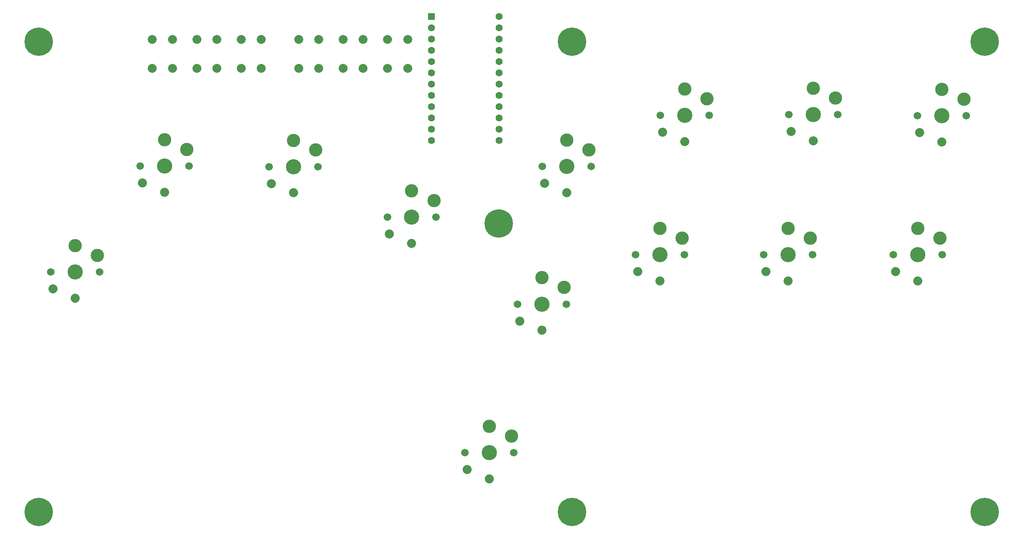
<source format=gts>
%TF.GenerationSoftware,KiCad,Pcbnew,(6.0.7)*%
%TF.CreationDate,2022-08-15T09:31:34+10:00*%
%TF.ProjectId,Flatbox-rev1_1,466c6174-626f-4782-9d72-6576315f312e,rev?*%
%TF.SameCoordinates,Original*%
%TF.FileFunction,Soldermask,Top*%
%TF.FilePolarity,Negative*%
%FSLAX46Y46*%
G04 Gerber Fmt 4.6, Leading zero omitted, Abs format (unit mm)*
G04 Created by KiCad (PCBNEW (6.0.7)) date 2022-08-15 09:31:34*
%MOMM*%
%LPD*%
G01*
G04 APERTURE LIST*
%ADD10C,6.400000*%
%ADD11C,1.701800*%
%ADD12C,3.000000*%
%ADD13C,3.429000*%
%ADD14C,2.032000*%
%ADD15R,1.600000X1.600000*%
%ADD16C,1.600000*%
%ADD17C,2.000000*%
G04 APERTURE END LIST*
D10*
X133500000Y-78000000D03*
D11*
X32600000Y-88900000D03*
X43600000Y-88900000D03*
D12*
X43100000Y-85150000D03*
D13*
X38100000Y-88900000D03*
D14*
X33100000Y-92700000D03*
X38100000Y-94800000D03*
D12*
X38100000Y-82950000D03*
D15*
X118380000Y-31280000D03*
D16*
X118380000Y-33820000D03*
X118380000Y-36360000D03*
X118380000Y-38900000D03*
X118380000Y-41440000D03*
X118380000Y-43980000D03*
X118380000Y-46520000D03*
X118380000Y-49060000D03*
X118380000Y-51600000D03*
X118380000Y-54140000D03*
X118380000Y-56680000D03*
X118380000Y-59220000D03*
X133620000Y-59220000D03*
X133620000Y-56680000D03*
X133620000Y-54140000D03*
X133620000Y-51600000D03*
X133620000Y-49060000D03*
X133620000Y-46520000D03*
X133620000Y-43980000D03*
X133620000Y-41440000D03*
X133620000Y-38900000D03*
X133620000Y-36360000D03*
X133620000Y-33820000D03*
X133620000Y-31280000D03*
D17*
X113000000Y-43000000D03*
X108500000Y-43000000D03*
X113000000Y-36500000D03*
X108500000Y-36500000D03*
X103000000Y-43000000D03*
X98500000Y-43000000D03*
X103000000Y-36500000D03*
X98500000Y-36500000D03*
X93000000Y-43000000D03*
X88500000Y-43000000D03*
X93000000Y-36500000D03*
X88500000Y-36500000D03*
X80000000Y-43000000D03*
X75500000Y-43000000D03*
X80000000Y-36500000D03*
X75500000Y-36500000D03*
X70000000Y-43000000D03*
X65500000Y-43000000D03*
X70000000Y-36500000D03*
X65500000Y-36500000D03*
X60000000Y-43000000D03*
X55500000Y-43000000D03*
X60000000Y-36500000D03*
X55500000Y-36500000D03*
D10*
X150000000Y-143000000D03*
X150000000Y-37000000D03*
X243000000Y-37000000D03*
X243000000Y-143000000D03*
X29860000Y-143000000D03*
X29860000Y-37000000D03*
D12*
X227920000Y-79090000D03*
D14*
X227920000Y-90940000D03*
X222920000Y-88840000D03*
D13*
X227920000Y-85040000D03*
D12*
X232920000Y-81290000D03*
D11*
X233420000Y-85040000D03*
X222420000Y-85040000D03*
X193210000Y-85040000D03*
X204210000Y-85040000D03*
D12*
X203710000Y-81290000D03*
D13*
X198710000Y-85040000D03*
D14*
X193710000Y-88840000D03*
X198710000Y-90940000D03*
D12*
X198710000Y-79090000D03*
X169860000Y-79090000D03*
D14*
X169860000Y-90940000D03*
X164860000Y-88840000D03*
D13*
X169860000Y-85040000D03*
D12*
X174860000Y-81290000D03*
D11*
X175360000Y-85040000D03*
X164360000Y-85040000D03*
D12*
X143250000Y-90200000D03*
D14*
X143250000Y-102050000D03*
X138250000Y-99950000D03*
D13*
X143250000Y-96150000D03*
D12*
X148250000Y-92400000D03*
D11*
X148750000Y-96150000D03*
X137750000Y-96150000D03*
X227860000Y-53700000D03*
X238860000Y-53700000D03*
D12*
X238360000Y-49950000D03*
D13*
X233360000Y-53700000D03*
D14*
X228360000Y-57500000D03*
X233360000Y-59600000D03*
D12*
X233360000Y-47750000D03*
X204390000Y-47510000D03*
D14*
X204390000Y-59360000D03*
X199390000Y-57260000D03*
D13*
X204390000Y-53460000D03*
D12*
X209390000Y-49710000D03*
D11*
X209890000Y-53460000D03*
X198890000Y-53460000D03*
D12*
X175420000Y-47630000D03*
D14*
X175420000Y-59480000D03*
X170420000Y-57380000D03*
D13*
X175420000Y-53580000D03*
D12*
X180420000Y-49830000D03*
D11*
X180920000Y-53580000D03*
X169920000Y-53580000D03*
D12*
X148860000Y-59160000D03*
D14*
X148860000Y-71010000D03*
X143860000Y-68910000D03*
D13*
X148860000Y-65110000D03*
D12*
X153860000Y-61360000D03*
D11*
X154360000Y-65110000D03*
X143360000Y-65110000D03*
D12*
X131420000Y-123670000D03*
D14*
X131420000Y-135520000D03*
X126420000Y-133420000D03*
D13*
X131420000Y-129620000D03*
D12*
X136420000Y-125870000D03*
D11*
X136920000Y-129620000D03*
X125920000Y-129620000D03*
D12*
X113920000Y-70570000D03*
D14*
X113920000Y-82420000D03*
X108920000Y-80320000D03*
D13*
X113920000Y-76520000D03*
D12*
X118920000Y-72770000D03*
D11*
X119420000Y-76520000D03*
X108420000Y-76520000D03*
D12*
X87320000Y-59220000D03*
D14*
X87320000Y-71070000D03*
X82320000Y-68970000D03*
D13*
X87320000Y-65170000D03*
D12*
X92320000Y-61420000D03*
D11*
X92820000Y-65170000D03*
X81820000Y-65170000D03*
D12*
X58225000Y-59100000D03*
D14*
X58225000Y-70950000D03*
X53225000Y-68850000D03*
D13*
X58225000Y-65050000D03*
D12*
X63225000Y-61300000D03*
D11*
X63725000Y-65050000D03*
X52725000Y-65050000D03*
M02*

</source>
